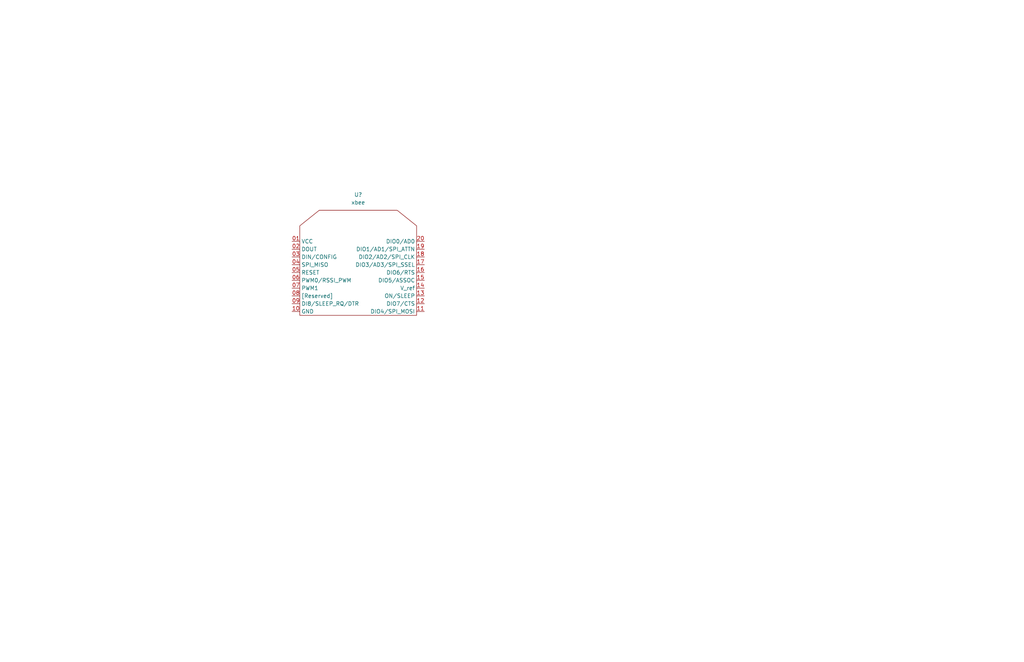
<source format=kicad_sch>
(kicad_sch (version 20230121) (generator eeschema)
  (paper "User" 334.01 216.002)
  (title_block (date "2023-05-03"))
  (lib_symbols
    (symbol "Homssymbols:xbee"
      (property "Reference" "U" (at 25.4 -5.08 0))
      (property "Value" "xbee" (at 13.97 -2.54 0))
      (symbol "xbee_0_1"
        (polyline (pts (xy 52.07 3.81) (xy 13.97 3.81) (xy 13.97 33.02) (xy 20.32 38.1) (xy 45.72 38.1) (xy 52.07 33.02) (xy 52.07 3.81)))
      )
      (symbol "xbee_1_1"
        (pin input line (at 11.43 27.94 0) (length 2.54) (name "VCC") (number "01"))
        (pin input line (at 11.43 25.4 0) (length 2.54) (name "DOUT") (number "02"))
        (pin input line (at 11.43 22.86 0) (length 2.54) (name "DIN/CONFIG") (number "03"))
        (pin input line (at 11.43 20.32 0) (length 2.54) (name "SPI_MISO") (number "04"))
        (pin input line (at 11.43 17.78 0) (length 2.54) (name "RESET") (number "05"))
        (pin input line (at 11.43 15.24 0) (length 2.54) (name "PWM0/RSSI_PWM") (number "06"))
        (pin input line (at 11.43 12.7 0) (length 2.54) (name "PWM1") (number "07"))
        (pin input line (at 11.43 10.16 0) (length 2.54) (name "[Reserved]") (number "08"))
        (pin input line (at 11.43 7.62 0) (length 2.54) (name "DI8/SLEEP_RQ/DTR") (number "09"))
        (pin input line (at 11.43 5.08 0) (length 2.54) (name "GND") (number "10"))
        (pin input line (at 54.61 5.08 180) (length 2.54) (name "DIO4/SPI_MOSI") (number "11"))
        (pin input line (at 54.61 7.62 180) (length 2.54) (name "DIO7/CTS") (number "12"))
        (pin input line (at 54.61 10.16 180) (length 2.54) (name "ON/SLEEP") (number "13"))
        (pin input line (at 54.61 12.7 180) (length 2.54) (name "V_ref") (number "14"))
        (pin input line (at 54.61 15.24 180) (length 2.54) (name "DIO5/ASSOC") (number "15"))
        (pin input line (at 54.61 17.78 180) (length 2.54) (name "DIO6/RTS") (number "16"))
        (pin input line (at 54.61 20.32 180) (length 2.54) (name "DIO3/AD3/SPI_SSEL") (number "17"))
        (pin input line (at 54.61 22.86 180) (length 2.54) (name "DIO2/AD2/SPI_CLK") (number "18"))
        (pin input line (at 54.61 25.4 180) (length 2.54) (name "DIO1/AD1/SPI_ATTN") (number "19"))
        (pin input line (at 54.61 27.94 180) (length 2.54) (name "DIO0/AD0") (number "20"))
      )
    )
  )
  (symbol (lib_id "Homssymbols:xbee") (at 83.82 106.68 0) (unit 1)
    (property "Reference" "U?" (at 116.84 63.5 0))
    (property "Value" "xbee" (at 116.84 66.04 0))
  )
)
</source>
